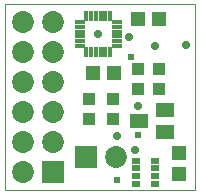
<source format=gts>
G04 Layer_Color=8388736*
%FSLAX25Y25*%
%MOIN*%
G70*
G01*
G75*
%ADD20C,0.00100*%
%ADD29R,0.02769X0.02178*%
%ADD30O,0.01587X0.03556*%
%ADD31O,0.03556X0.01587*%
%ADD32R,0.04343X0.03950*%
%ADD33R,0.04800X0.04600*%
%ADD34R,0.06312X0.04737*%
%ADD35R,0.04600X0.04800*%
%ADD36C,0.07300*%
%ADD37R,0.07300X0.07300*%
%ADD38R,0.07300X0.07300*%
%ADD39C,0.02400*%
%ADD40C,0.02800*%
D20*
X-6000Y-7000D02*
Y55000D01*
X57500D01*
X-6000Y-7000D02*
X57500D01*
Y55000D01*
D29*
X37850Y2839D02*
D03*
Y280D02*
D03*
Y-2279D02*
D03*
Y-4839D02*
D03*
X44150D02*
D03*
Y-2279D02*
D03*
Y280D02*
D03*
Y2839D02*
D03*
D30*
X21165Y51165D02*
D03*
X22740D02*
D03*
X24315D02*
D03*
X25890D02*
D03*
X27465D02*
D03*
X29039D02*
D03*
Y38961D02*
D03*
X27465D02*
D03*
X25890D02*
D03*
X24315D02*
D03*
X22740D02*
D03*
X21165D02*
D03*
D31*
X31205Y49000D02*
D03*
Y47425D02*
D03*
Y45850D02*
D03*
Y44276D02*
D03*
Y42701D02*
D03*
Y41126D02*
D03*
X19000D02*
D03*
Y42701D02*
D03*
Y44276D02*
D03*
Y45850D02*
D03*
Y47425D02*
D03*
Y49000D02*
D03*
D32*
X45500Y33347D02*
D03*
Y26654D02*
D03*
X38500Y33347D02*
D03*
Y26654D02*
D03*
X30000Y23347D02*
D03*
Y16654D02*
D03*
X22000Y23347D02*
D03*
Y16654D02*
D03*
D33*
X23500Y32000D02*
D03*
X30500D02*
D03*
X38500Y50000D02*
D03*
X45500D02*
D03*
D34*
X47331Y12260D02*
D03*
Y19740D02*
D03*
X38669Y16000D02*
D03*
D35*
X52000Y-1500D02*
D03*
Y5500D02*
D03*
D36*
X0Y49000D02*
D03*
X10000D02*
D03*
Y9000D02*
D03*
Y19000D02*
D03*
Y29000D02*
D03*
Y39000D02*
D03*
X0D02*
D03*
Y29000D02*
D03*
Y19000D02*
D03*
Y9000D02*
D03*
Y-1000D02*
D03*
X31000Y4000D02*
D03*
D37*
X10000Y-1000D02*
D03*
D38*
X21000Y4000D02*
D03*
D39*
X38500Y11500D02*
D03*
X36000Y37400D02*
D03*
X31500Y-3500D02*
D03*
D40*
X35500Y44000D02*
D03*
X44000Y41000D02*
D03*
X54500Y41500D02*
D03*
X31500Y11000D02*
D03*
X37500Y6500D02*
D03*
X38500Y21000D02*
D03*
X25000Y45000D02*
D03*
M02*

</source>
